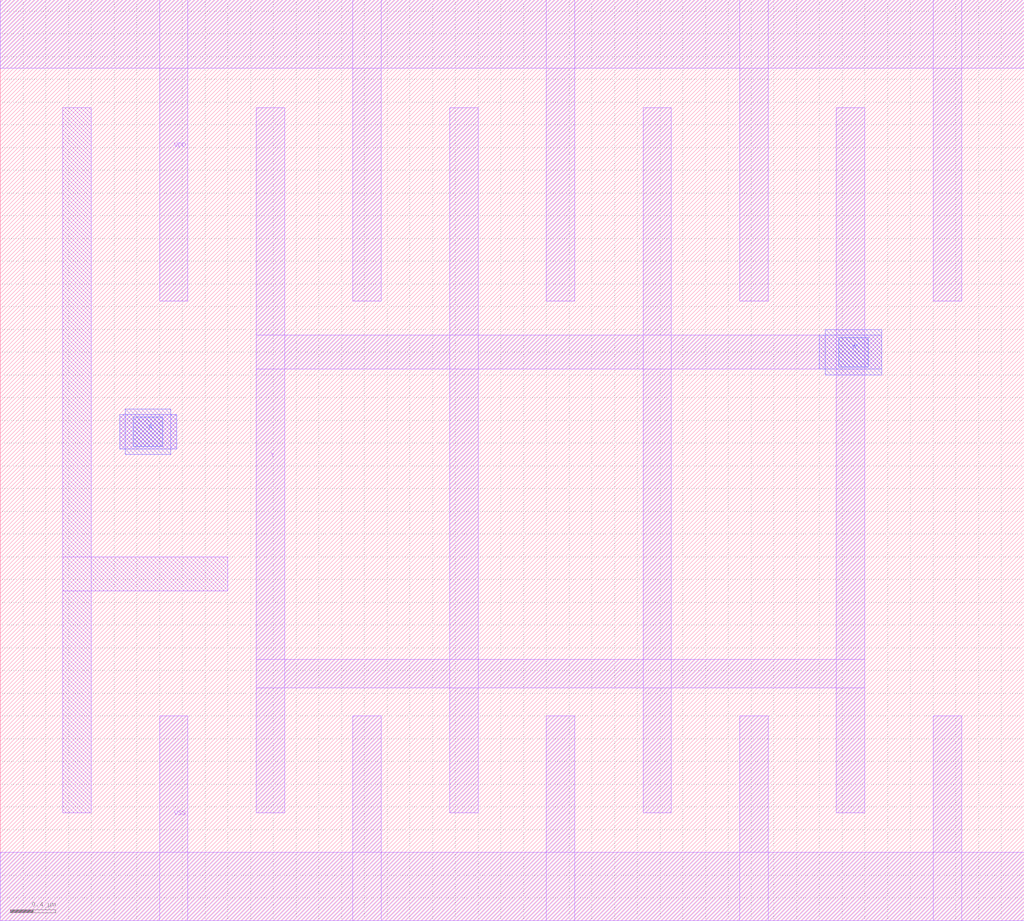
<source format=lef>
# Copyright 2022 Google LLC
# Licensed under the Apache License, Version 2.0 (the "License");
# you may not use this file except in compliance with the License.
# You may obtain a copy of the License at
#
#      http://www.apache.org/licenses/LICENSE-2.0
#
# Unless required by applicable law or agreed to in writing, software
# distributed under the License is distributed on an "AS IS" BASIS,
# WITHOUT WARRANTIES OR CONDITIONS OF ANY KIND, either express or implied.
# See the License for the specific language governing permissions and
# limitations under the License.
VERSION 5.7 ;
BUSBITCHARS "[]" ;
DIVIDERCHAR "/" ;

MACRO gf180mcu_osu_sc_gp12t3v3__clkbuf_8
  CLASS CORE ;
  ORIGIN 0 0 ;
  FOREIGN gf180mcu_osu_sc_gp12t3v3__clkbuf_8 0 0 ;
  SIZE 9 BY 8.1 ;
  SYMMETRY X Y ;
  SITE GF180_3p3_12t ;
  PIN VDD
    DIRECTION INOUT ;
    USE POWER ;
    SHAPE ABUTMENT ;
    PORT
      LAYER MET1 ;
        RECT 0 7.5 9 8.1 ;
        RECT 8.2 5.45 8.45 8.1 ;
        RECT 6.5 5.45 6.75 8.1 ;
        RECT 4.8 5.45 5.05 8.1 ;
        RECT 3.1 5.45 3.35 8.1 ;
        RECT 1.4 5.45 1.65 8.1 ;
    END
  END VDD
  PIN VSS
    DIRECTION INOUT ;
    USE GROUND ;
    PORT
      LAYER MET1 ;
        RECT 0 0 9 0.6 ;
        RECT 8.2 0 8.45 1.8 ;
        RECT 6.5 0 6.75 1.8 ;
        RECT 4.8 0 5.05 1.8 ;
        RECT 3.1 0 3.35 1.8 ;
        RECT 1.4 0 1.65 1.8 ;
    END
  END VSS
  PIN A
    DIRECTION INPUT ;
    USE SIGNAL ;
    PORT
      LAYER MET1 ;
        RECT 1.05 4.15 1.55 4.45 ;
      LAYER MET2 ;
        RECT 1.05 4.15 1.55 4.45 ;
        RECT 1.1 4.1 1.5 4.5 ;
      LAYER VIA12 ;
        RECT 1.17 4.17 1.43 4.43 ;
    END
  END A
  PIN Y
    DIRECTION OUTPUT ;
    USE SIGNAL ;
    PORT
      LAYER MET1 ;
        RECT 2.25 4.85 7.75 5.15 ;
        RECT 7.35 0.95 7.6 7.15 ;
        RECT 2.25 2.05 7.6 2.3 ;
        RECT 5.65 0.95 5.9 7.15 ;
        RECT 3.95 0.95 4.2 7.15 ;
        RECT 2.25 0.95 2.5 7.15 ;
      LAYER MET2 ;
        RECT 7.25 4.8 7.75 5.2 ;
        RECT 7.2 4.85 7.75 5.15 ;
      LAYER VIA12 ;
        RECT 7.37 4.87 7.63 5.13 ;
    END
  END Y
  OBS
    LAYER MET1 ;
      RECT 0.55 0.95 0.8 7.15 ;
      RECT 0.55 2.9 2 3.2 ;
  END
END gf180mcu_osu_sc_gp12t3v3__clkbuf_8

</source>
